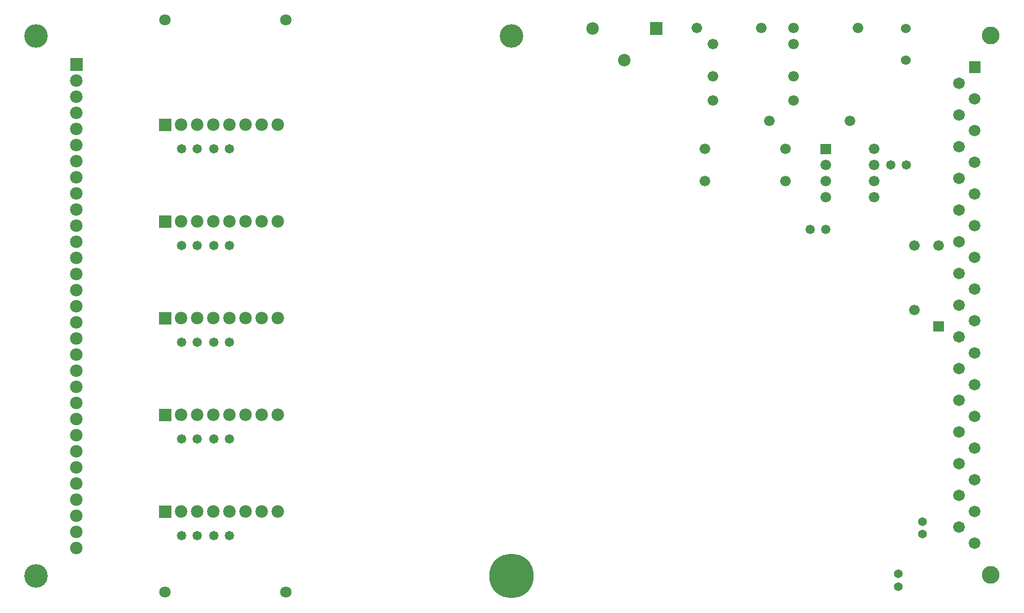
<source format=gbs>
G04 start of page 9 for group -4062 idx -4062 *
G04 Title: 26.003.00.01.01.pcb, soldermask *
G04 Creator: pcb 4.1.2 *
G04 CreationDate: Fri Aug 10 20:06:22 2018 UTC *
G04 For: bert *
G04 Format: Gerber/RS-274X *
G04 PCB-Dimensions (mil): 6896.06 4633.86 *
G04 PCB-Coordinate-Origin: lower left *
%MOIN*%
%FSLAX25Y25*%
%LNGBS*%
%ADD96C,0.2760*%
%ADD95C,0.0720*%
%ADD94C,0.0660*%
%ADD93C,0.0600*%
%ADD92C,0.1100*%
%ADD91C,0.0540*%
%ADD90C,0.0580*%
%ADD89C,0.0001*%
%ADD88C,0.0780*%
%ADD87C,0.1460*%
%ADD86C,0.0710*%
G54D86*X110000Y433386D03*
X185000D03*
G54D87*X325000Y423386D03*
X30000D03*
G54D88*X375315Y428228D03*
X395000Y408544D03*
G54D89*G36*
X51100Y409786D02*Y401986D01*
X58900D01*
Y409786D01*
X51100D01*
G37*
G54D88*X55000Y395886D03*
Y385886D03*
Y375886D03*
Y365886D03*
Y355886D03*
Y345886D03*
Y335886D03*
Y325886D03*
Y315886D03*
Y305886D03*
Y295886D03*
Y285886D03*
Y275886D03*
G54D90*X149921Y353386D03*
X140079D03*
X129921D03*
G54D88*X130000Y368386D03*
X140000D03*
G54D90*X120079Y353386D03*
G54D89*G36*
X106100Y372286D02*Y364486D01*
X113900D01*
Y372286D01*
X106100D01*
G37*
G54D88*X120000Y368386D03*
X150000D03*
X160000D03*
X170000D03*
X180000D03*
G54D90*X149921Y293386D03*
X140079D03*
X129921D03*
X120079D03*
G54D89*G36*
X106100Y312286D02*Y304486D01*
X113900D01*
Y312286D01*
X106100D01*
G37*
G54D88*X120000Y308386D03*
X130000D03*
X140000D03*
X150000D03*
X160000D03*
X170000D03*
X180000D03*
G54D91*X565000Y89823D03*
Y81949D03*
X580000Y114449D03*
Y122323D03*
G54D92*X622203Y89213D03*
G54D93*X569606Y408544D03*
Y428229D03*
G54D90*X569921Y343386D03*
X560079D03*
G54D94*X575000Y253386D03*
X550000Y323386D03*
Y333386D03*
Y343386D03*
Y353386D03*
G54D89*G36*
X608760Y407774D02*Y400574D01*
X615960D01*
Y407774D01*
X608760D01*
G37*
G54D95*X602518Y394332D03*
X612360Y384489D03*
X602518Y374647D03*
X612360Y364804D03*
X602518Y354961D03*
X612360Y345119D03*
G54D92*X622203Y423859D03*
G54D94*X575000Y293386D03*
X590000D03*
G54D95*X602518Y335276D03*
Y315591D03*
Y295906D03*
X612360Y325434D03*
Y305749D03*
Y286064D03*
Y266379D03*
Y246694D03*
Y227009D03*
X602518Y276221D03*
Y256537D03*
Y236852D03*
Y217167D03*
G54D89*G36*
X586700Y246686D02*Y240086D01*
X593300D01*
Y246686D01*
X586700D01*
G37*
G54D95*X612360Y207324D03*
Y187639D03*
Y167954D03*
Y148269D03*
Y128584D03*
Y108899D03*
X602518Y197481D03*
Y177796D03*
Y158111D03*
Y138426D03*
Y118741D03*
G54D90*X510079Y303386D03*
X519921D03*
G54D89*G36*
X516700Y356686D02*Y350086D01*
X523300D01*
Y356686D01*
X516700D01*
G37*
G54D94*X520000Y343386D03*
Y333386D03*
Y323386D03*
X450000Y418386D03*
X500000D03*
X445000Y353386D03*
X495000D03*
X445000Y333386D03*
X495000D03*
X450000Y383386D03*
X500000D03*
X450000Y398386D03*
X500000D03*
G54D89*G36*
X410785Y432128D02*Y424328D01*
X418585D01*
Y432128D01*
X410785D01*
G37*
G54D94*X540000Y428386D03*
X500000D03*
X480000D03*
X440000D03*
X485000Y370886D03*
X535000D03*
G54D88*X55000Y265886D03*
Y255886D03*
Y245886D03*
Y235886D03*
Y225886D03*
G54D90*X149921Y233386D03*
G54D88*X150000Y248386D03*
X160000D03*
X170000D03*
X180000D03*
G54D90*X140079Y233386D03*
G54D88*X140000Y248386D03*
G54D90*X129921Y233386D03*
X120079D03*
G54D89*G36*
X106100Y252286D02*Y244486D01*
X113900D01*
Y252286D01*
X106100D01*
G37*
G54D88*X120000Y248386D03*
X130000D03*
X55000Y215886D03*
Y205886D03*
Y195886D03*
Y185886D03*
Y175886D03*
Y165886D03*
Y155886D03*
Y145886D03*
Y135886D03*
Y125886D03*
Y115886D03*
Y105886D03*
G54D87*X30000Y88386D03*
G54D86*X110000Y78386D03*
G54D96*X325000Y88386D03*
G54D90*X149921Y173386D03*
X140079D03*
X129921D03*
X120079D03*
G54D89*G36*
X106100Y192286D02*Y184486D01*
X113900D01*
Y192286D01*
X106100D01*
G37*
G54D88*X120000Y188386D03*
X130000D03*
X140000D03*
X150000D03*
X160000D03*
X170000D03*
X180000D03*
G54D90*X149921Y113386D03*
X140079D03*
G54D86*X185000Y78386D03*
G54D90*X129921Y113386D03*
X120079D03*
G54D89*G36*
X106100Y132286D02*Y124486D01*
X113900D01*
Y132286D01*
X106100D01*
G37*
G54D88*X120000Y128386D03*
X130000D03*
X140000D03*
X150000D03*
X160000D03*
X170000D03*
X180000D03*
M02*

</source>
